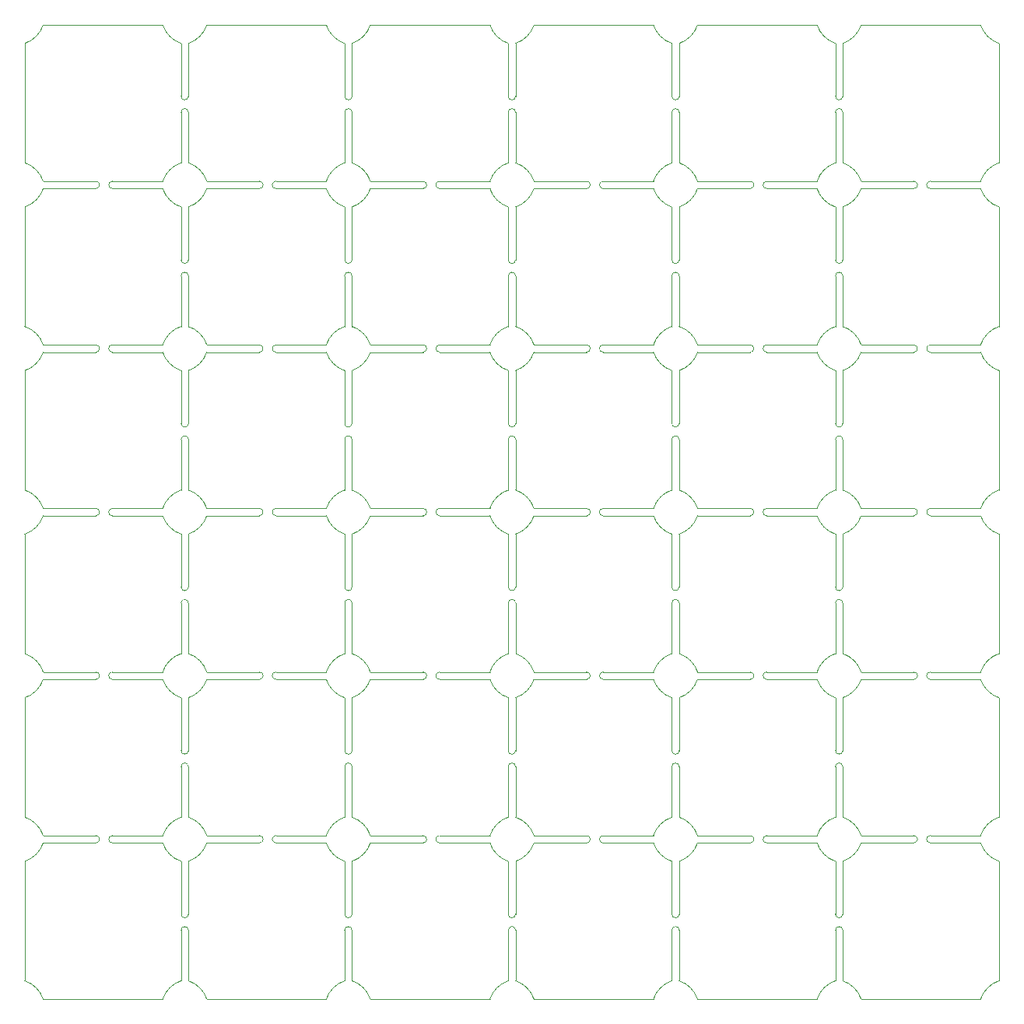
<source format=gm1>
G04 #@! TF.GenerationSoftware,KiCad,Pcbnew,(5.1.4)-1*
G04 #@! TF.CreationDate,2020-01-11T16:44:35+01:00*
G04 #@! TF.ProjectId,plate,706c6174-652e-46b6-9963-61645f706362,1*
G04 #@! TF.SameCoordinates,Original*
G04 #@! TF.FileFunction,Profile,NP*
%FSLAX46Y46*%
G04 Gerber Fmt 4.6, Leading zero omitted, Abs format (unit mm)*
G04 Created by KiCad (PCBNEW (5.1.4)-1) date 2020-01-11 16:44:35*
%MOMM*%
%LPD*%
G04 APERTURE LIST*
%ADD10C,0.100000*%
G04 APERTURE END LIST*
D10*
X199890000Y-162029998D02*
G75*
G02X197890001Y-160029999I1000000J2999998D01*
G01*
X182889999Y-169529999D02*
X182890000Y-175030000D01*
X111690000Y-162030000D02*
X111689999Y-167780001D01*
X199890000Y-162029999D02*
X199889999Y-167780000D01*
X182090000Y-169530000D02*
X182090001Y-175030001D01*
X126690002Y-177030000D02*
G75*
G02X128690001Y-175030001I2999998J-1000000D01*
G01*
X199889999Y-167780000D02*
X199890001Y-175030001D01*
X184889999Y-160030001D02*
G75*
G02X182890000Y-162030000I-2999998J1000000D01*
G01*
X182890000Y-162030000D02*
X182889999Y-167780001D01*
X128690000Y-169530000D02*
X128690001Y-175030001D01*
X149289999Y-160030000D02*
X155014998Y-160029999D01*
X182090000Y-162029998D02*
G75*
G02X180090001Y-160029999I1000000J2999998D01*
G01*
X197890002Y-177030000D02*
G75*
G02X199890001Y-175030001I2999998J-1000000D01*
G01*
X95889999Y-160030000D02*
X101614998Y-160029999D01*
X113689999Y-160030000D02*
X119414998Y-160029999D01*
X167089999Y-160030001D02*
G75*
G02X165090000Y-162030000I-2999998J1000000D01*
G01*
X174615000Y-177030001D02*
X180090001Y-177030000D01*
X128690000Y-162029999D02*
X128689999Y-167780000D01*
X131489999Y-160030000D02*
X137214998Y-160029999D01*
X121215000Y-160030001D02*
X126690001Y-160030000D01*
X156815000Y-160030001D02*
X162290001Y-160030000D01*
X165090000Y-175030001D02*
G75*
G02X167089999Y-177030000I-1000000J-2999998D01*
G01*
X165090000Y-162030000D02*
X165089999Y-167780001D01*
X182890000Y-175030001D02*
G75*
G02X184889999Y-177030000I-1000000J-2999998D01*
G01*
X182090000Y-169530000D02*
G75*
G02X182890000Y-169530000I400000J0D01*
G01*
X192415000Y-177030001D02*
X197890001Y-177030000D01*
X103415000Y-160030001D02*
X108890001Y-160030000D01*
X165089999Y-169529999D02*
X165090000Y-175030000D01*
X111690000Y-175030001D02*
G75*
G02X113689999Y-177030000I-1000000J-2999998D01*
G01*
X182090000Y-162029999D02*
X182089999Y-167780000D01*
X182890001Y-167780000D02*
G75*
G02X182089999Y-167780000I-400001J0D01*
G01*
X139015000Y-160030001D02*
X144490001Y-160030000D01*
X167089999Y-177030000D02*
X174615000Y-177030001D01*
X180090002Y-177030000D02*
G75*
G02X182090001Y-175030001I2999998J-1000000D01*
G01*
X184889999Y-177030000D02*
X192415000Y-177030001D01*
X174615000Y-160030001D02*
X180090001Y-160030000D01*
X184889999Y-160030000D02*
X190614998Y-160029999D01*
X167089999Y-160030000D02*
X172814998Y-160029999D01*
X192415000Y-160030001D02*
X197890001Y-160030000D01*
X129490000Y-175030001D02*
G75*
G02X131489999Y-177030000I-1000000J-2999998D01*
G01*
X110890000Y-162029999D02*
X110889999Y-167780000D01*
X108890002Y-177030000D02*
G75*
G02X110890001Y-175030001I2999998J-1000000D01*
G01*
X139015000Y-177030001D02*
X144490001Y-177030000D01*
X146490000Y-162029998D02*
G75*
G02X144490001Y-160029999I1000000J2999998D01*
G01*
X144490002Y-177030000D02*
G75*
G02X146490001Y-175030001I2999998J-1000000D01*
G01*
X129490000Y-162030000D02*
X129489999Y-167780001D01*
X95889999Y-160030001D02*
G75*
G02X93890000Y-162030000I-2999998J1000000D01*
G01*
X111689999Y-169529999D02*
X111690000Y-175030000D01*
X164290000Y-162029998D02*
G75*
G02X162290001Y-160029999I1000000J2999998D01*
G01*
X146490000Y-169530000D02*
X146490001Y-175030001D01*
X149289999Y-177030000D02*
X156815000Y-177030001D01*
X147289999Y-169529999D02*
X147290000Y-175030000D01*
X162290002Y-177030000D02*
G75*
G02X164290001Y-175030001I2999998J-1000000D01*
G01*
X121215000Y-177030001D02*
X126690001Y-177030000D01*
X128690000Y-169530000D02*
G75*
G02X129490000Y-169530000I400000J0D01*
G01*
X93890000Y-162030000D02*
X93890000Y-175030000D01*
X129490001Y-167780000D02*
G75*
G02X128689999Y-167780000I-400001J0D01*
G01*
X128690000Y-162029998D02*
G75*
G02X126690001Y-160029999I1000000J2999998D01*
G01*
X113689999Y-160030001D02*
G75*
G02X111690000Y-162030000I-2999998J1000000D01*
G01*
X93890000Y-175030001D02*
G75*
G02X95889999Y-177030000I-1000000J-2999998D01*
G01*
X165090001Y-167780000D02*
G75*
G02X164289999Y-167780000I-400001J0D01*
G01*
X146490000Y-169530000D02*
G75*
G02X147290000Y-169530000I400000J0D01*
G01*
X131489999Y-177030000D02*
X139015000Y-177030001D01*
X146490000Y-162029999D02*
X146489999Y-167780000D01*
X110890000Y-169530000D02*
G75*
G02X111690000Y-169530000I400000J0D01*
G01*
X111690001Y-167780000D02*
G75*
G02X110889999Y-167780000I-400001J0D01*
G01*
X149289999Y-160030001D02*
G75*
G02X147290000Y-162030000I-2999998J1000000D01*
G01*
X95889999Y-177030000D02*
X103415000Y-177030001D01*
X110890000Y-169530000D02*
X110890001Y-175030001D01*
X147290001Y-167780000D02*
G75*
G02X146489999Y-167780000I-400001J0D01*
G01*
X156815000Y-177030001D02*
X162290001Y-177030000D01*
X131489999Y-160030001D02*
G75*
G02X129490000Y-162030000I-2999998J1000000D01*
G01*
X103415000Y-177030001D02*
X108890001Y-177030000D01*
X147290000Y-162030000D02*
X147289999Y-167780001D01*
X113689999Y-177030000D02*
X121215000Y-177030001D01*
X110890000Y-162029998D02*
G75*
G02X108890001Y-160029999I1000000J2999998D01*
G01*
X164290000Y-169530000D02*
X164290001Y-175030001D01*
X129489999Y-169529999D02*
X129490000Y-175030000D01*
X164290000Y-169530000D02*
G75*
G02X165090000Y-169530000I400000J0D01*
G01*
X147290000Y-175030001D02*
G75*
G02X149289999Y-177030000I-1000000J-2999998D01*
G01*
X164290000Y-162029999D02*
X164289999Y-167780000D01*
X199890000Y-144229998D02*
G75*
G02X197890001Y-142229999I1000000J2999998D01*
G01*
X182889999Y-151729999D02*
X182890000Y-157230000D01*
X111690000Y-144230000D02*
X111689999Y-149980001D01*
X199890000Y-144229999D02*
X199889999Y-149980000D01*
X182090000Y-151730000D02*
X182090001Y-157230001D01*
X126690002Y-159230000D02*
G75*
G02X128690001Y-157230001I2999998J-1000000D01*
G01*
X174615000Y-160029999D02*
G75*
G02X174615000Y-159230001I0J399999D01*
G01*
X199889999Y-149980000D02*
X199890001Y-157230001D01*
X184889999Y-142230001D02*
G75*
G02X182890000Y-144230000I-2999998J1000000D01*
G01*
X182890000Y-144230000D02*
X182889999Y-149980001D01*
X128690000Y-151730000D02*
X128690001Y-157230001D01*
X172814998Y-159229999D02*
G75*
G02X172815000Y-160030001I1J-400001D01*
G01*
X149289999Y-142230000D02*
X155014998Y-142229999D01*
X182090000Y-144229998D02*
G75*
G02X180090001Y-142229999I1000000J2999998D01*
G01*
X197890002Y-159230000D02*
G75*
G02X199890001Y-157230001I2999998J-1000000D01*
G01*
X95889999Y-142230000D02*
X101614998Y-142229999D01*
X113689999Y-142230000D02*
X119414998Y-142229999D01*
X167089999Y-142230001D02*
G75*
G02X165090000Y-144230000I-2999998J1000000D01*
G01*
X174615000Y-159230001D02*
X180090001Y-159230000D01*
X128690000Y-144229999D02*
X128689999Y-149980000D01*
X131489999Y-142230000D02*
X137214998Y-142229999D01*
X121215000Y-142230001D02*
X126690001Y-142230000D01*
X156815000Y-142230001D02*
X162290001Y-142230000D01*
X165090000Y-157230001D02*
G75*
G02X167089999Y-159230000I-1000000J-2999998D01*
G01*
X165090000Y-144230000D02*
X165089999Y-149980001D01*
X182890000Y-157230001D02*
G75*
G02X184889999Y-159230000I-1000000J-2999998D01*
G01*
X182090000Y-151730000D02*
G75*
G02X182890000Y-151730000I400000J0D01*
G01*
X192415000Y-159230001D02*
X197890001Y-159230000D01*
X103415000Y-142230001D02*
X108890001Y-142230000D01*
X165089999Y-151729999D02*
X165090000Y-157230000D01*
X111690000Y-157230001D02*
G75*
G02X113689999Y-159230000I-1000000J-2999998D01*
G01*
X182090000Y-144229999D02*
X182089999Y-149980000D01*
X192415000Y-160029999D02*
G75*
G02X192415000Y-159230001I0J399999D01*
G01*
X182890001Y-149980000D02*
G75*
G02X182089999Y-149980000I-400001J0D01*
G01*
X139015000Y-142230001D02*
X144490001Y-142230000D01*
X167089999Y-159230000D02*
X172814998Y-159229999D01*
X180090002Y-159230000D02*
G75*
G02X182090001Y-157230001I2999998J-1000000D01*
G01*
X190614998Y-159229999D02*
G75*
G02X190615000Y-160030001I1J-400001D01*
G01*
X184889999Y-159230000D02*
X190614998Y-159229999D01*
X174615000Y-142230001D02*
X180090001Y-142230000D01*
X184889999Y-142230000D02*
X190614998Y-142229999D01*
X167089999Y-142230000D02*
X172814998Y-142229999D01*
X192415000Y-142230001D02*
X197890001Y-142230000D01*
X137214998Y-159229999D02*
G75*
G02X137215000Y-160030001I1J-400001D01*
G01*
X129490000Y-157230001D02*
G75*
G02X131489999Y-159230000I-1000000J-2999998D01*
G01*
X110890000Y-144229999D02*
X110889999Y-149980000D01*
X108890002Y-159230000D02*
G75*
G02X110890001Y-157230001I2999998J-1000000D01*
G01*
X139015000Y-159230001D02*
X144490001Y-159230000D01*
X146490000Y-144229998D02*
G75*
G02X144490001Y-142229999I1000000J2999998D01*
G01*
X144490002Y-159230000D02*
G75*
G02X146490001Y-157230001I2999998J-1000000D01*
G01*
X129490000Y-144230000D02*
X129489999Y-149980001D01*
X95889999Y-142230001D02*
G75*
G02X93890000Y-144230000I-2999998J1000000D01*
G01*
X111689999Y-151729999D02*
X111690000Y-157230000D01*
X164290000Y-144229998D02*
G75*
G02X162290001Y-142229999I1000000J2999998D01*
G01*
X146490000Y-151730000D02*
X146490001Y-157230001D01*
X149289999Y-159230000D02*
X155014998Y-159229999D01*
X147289999Y-151729999D02*
X147290000Y-157230000D01*
X103415000Y-160029999D02*
G75*
G02X103415000Y-159230001I0J399999D01*
G01*
X162290002Y-159230000D02*
G75*
G02X164290001Y-157230001I2999998J-1000000D01*
G01*
X121215000Y-159230001D02*
X126690001Y-159230000D01*
X128690000Y-151730000D02*
G75*
G02X129490000Y-151730000I400000J0D01*
G01*
X93890000Y-144230000D02*
X93890000Y-157230000D01*
X129490001Y-149980000D02*
G75*
G02X128689999Y-149980000I-400001J0D01*
G01*
X101614998Y-159229999D02*
G75*
G02X101615000Y-160030001I1J-400001D01*
G01*
X128690000Y-144229998D02*
G75*
G02X126690001Y-142229999I1000000J2999998D01*
G01*
X113689999Y-142230001D02*
G75*
G02X111690000Y-144230000I-2999998J1000000D01*
G01*
X93890000Y-157230001D02*
G75*
G02X95889999Y-159230000I-1000000J-2999998D01*
G01*
X165090001Y-149980000D02*
G75*
G02X164289999Y-149980000I-400001J0D01*
G01*
X146490000Y-151730000D02*
G75*
G02X147290000Y-151730000I400000J0D01*
G01*
X131489999Y-159230000D02*
X137214998Y-159229999D01*
X146490000Y-144229999D02*
X146489999Y-149980000D01*
X110890000Y-151730000D02*
G75*
G02X111690000Y-151730000I400000J0D01*
G01*
X111690001Y-149980000D02*
G75*
G02X110889999Y-149980000I-400001J0D01*
G01*
X155014998Y-159229999D02*
G75*
G02X155015000Y-160030001I1J-400001D01*
G01*
X119414998Y-159229999D02*
G75*
G02X119415000Y-160030001I1J-400001D01*
G01*
X149289999Y-142230001D02*
G75*
G02X147290000Y-144230000I-2999998J1000000D01*
G01*
X95889999Y-159230000D02*
X101614998Y-159229999D01*
X110890000Y-151730000D02*
X110890001Y-157230001D01*
X156815000Y-160029999D02*
G75*
G02X156815000Y-159230001I0J399999D01*
G01*
X147290001Y-149980000D02*
G75*
G02X146489999Y-149980000I-400001J0D01*
G01*
X156815000Y-159230001D02*
X162290001Y-159230000D01*
X131489999Y-142230001D02*
G75*
G02X129490000Y-144230000I-2999998J1000000D01*
G01*
X103415000Y-159230001D02*
X108890001Y-159230000D01*
X147290000Y-144230000D02*
X147289999Y-149980001D01*
X113689999Y-159230000D02*
X119414998Y-159229999D01*
X121215000Y-160029999D02*
G75*
G02X121215000Y-159230001I0J399999D01*
G01*
X110890000Y-144229998D02*
G75*
G02X108890001Y-142229999I1000000J2999998D01*
G01*
X164290000Y-151730000D02*
X164290001Y-157230001D01*
X129489999Y-151729999D02*
X129490000Y-157230000D01*
X164290000Y-151730000D02*
G75*
G02X165090000Y-151730000I400000J0D01*
G01*
X147290000Y-157230001D02*
G75*
G02X149289999Y-159230000I-1000000J-2999998D01*
G01*
X164290000Y-144229999D02*
X164289999Y-149980000D01*
X139015000Y-160029999D02*
G75*
G02X139015000Y-159230001I0J399999D01*
G01*
X199890000Y-126429998D02*
G75*
G02X197890001Y-124429999I1000000J2999998D01*
G01*
X182889999Y-133929999D02*
X182890000Y-139430000D01*
X111690000Y-126430000D02*
X111689999Y-132180001D01*
X199890000Y-126429999D02*
X199889999Y-132180000D01*
X182090000Y-133930000D02*
X182090001Y-139430001D01*
X126690002Y-141430000D02*
G75*
G02X128690001Y-139430001I2999998J-1000000D01*
G01*
X174615000Y-142229999D02*
G75*
G02X174615000Y-141430001I0J399999D01*
G01*
X199889999Y-132180000D02*
X199890001Y-139430001D01*
X184889999Y-124430001D02*
G75*
G02X182890000Y-126430000I-2999998J1000000D01*
G01*
X182890000Y-126430000D02*
X182889999Y-132180001D01*
X128690000Y-133930000D02*
X128690001Y-139430001D01*
X172814998Y-141429999D02*
G75*
G02X172815000Y-142230001I1J-400001D01*
G01*
X149289999Y-124430000D02*
X155014998Y-124429999D01*
X182090000Y-126429998D02*
G75*
G02X180090001Y-124429999I1000000J2999998D01*
G01*
X197890002Y-141430000D02*
G75*
G02X199890001Y-139430001I2999998J-1000000D01*
G01*
X95889999Y-124430000D02*
X101614998Y-124429999D01*
X113689999Y-124430000D02*
X119414998Y-124429999D01*
X167089999Y-124430001D02*
G75*
G02X165090000Y-126430000I-2999998J1000000D01*
G01*
X174615000Y-141430001D02*
X180090001Y-141430000D01*
X128690000Y-126429999D02*
X128689999Y-132180000D01*
X131489999Y-124430000D02*
X137214998Y-124429999D01*
X121215000Y-124430001D02*
X126690001Y-124430000D01*
X156815000Y-124430001D02*
X162290001Y-124430000D01*
X165090000Y-139430001D02*
G75*
G02X167089999Y-141430000I-1000000J-2999998D01*
G01*
X165090000Y-126430000D02*
X165089999Y-132180001D01*
X182890000Y-139430001D02*
G75*
G02X184889999Y-141430000I-1000000J-2999998D01*
G01*
X182090000Y-133930000D02*
G75*
G02X182890000Y-133930000I400000J0D01*
G01*
X192415000Y-141430001D02*
X197890001Y-141430000D01*
X103415000Y-124430001D02*
X108890001Y-124430000D01*
X165089999Y-133929999D02*
X165090000Y-139430000D01*
X111690000Y-139430001D02*
G75*
G02X113689999Y-141430000I-1000000J-2999998D01*
G01*
X182090000Y-126429999D02*
X182089999Y-132180000D01*
X192415000Y-142229999D02*
G75*
G02X192415000Y-141430001I0J399999D01*
G01*
X182890001Y-132180000D02*
G75*
G02X182089999Y-132180000I-400001J0D01*
G01*
X139015000Y-124430001D02*
X144490001Y-124430000D01*
X167089999Y-141430000D02*
X172814998Y-141429999D01*
X180090002Y-141430000D02*
G75*
G02X182090001Y-139430001I2999998J-1000000D01*
G01*
X190614998Y-141429999D02*
G75*
G02X190615000Y-142230001I1J-400001D01*
G01*
X184889999Y-141430000D02*
X190614998Y-141429999D01*
X174615000Y-124430001D02*
X180090001Y-124430000D01*
X184889999Y-124430000D02*
X190614998Y-124429999D01*
X167089999Y-124430000D02*
X172814998Y-124429999D01*
X192415000Y-124430001D02*
X197890001Y-124430000D01*
X137214998Y-141429999D02*
G75*
G02X137215000Y-142230001I1J-400001D01*
G01*
X129490000Y-139430001D02*
G75*
G02X131489999Y-141430000I-1000000J-2999998D01*
G01*
X110890000Y-126429999D02*
X110889999Y-132180000D01*
X108890002Y-141430000D02*
G75*
G02X110890001Y-139430001I2999998J-1000000D01*
G01*
X139015000Y-141430001D02*
X144490001Y-141430000D01*
X146490000Y-126429998D02*
G75*
G02X144490001Y-124429999I1000000J2999998D01*
G01*
X144490002Y-141430000D02*
G75*
G02X146490001Y-139430001I2999998J-1000000D01*
G01*
X129490000Y-126430000D02*
X129489999Y-132180001D01*
X95889999Y-124430001D02*
G75*
G02X93890000Y-126430000I-2999998J1000000D01*
G01*
X111689999Y-133929999D02*
X111690000Y-139430000D01*
X164290000Y-126429998D02*
G75*
G02X162290001Y-124429999I1000000J2999998D01*
G01*
X146490000Y-133930000D02*
X146490001Y-139430001D01*
X149289999Y-141430000D02*
X155014998Y-141429999D01*
X147289999Y-133929999D02*
X147290000Y-139430000D01*
X103415000Y-142229999D02*
G75*
G02X103415000Y-141430001I0J399999D01*
G01*
X162290002Y-141430000D02*
G75*
G02X164290001Y-139430001I2999998J-1000000D01*
G01*
X121215000Y-141430001D02*
X126690001Y-141430000D01*
X128690000Y-133930000D02*
G75*
G02X129490000Y-133930000I400000J0D01*
G01*
X93890000Y-126430000D02*
X93890000Y-139430000D01*
X129490001Y-132180000D02*
G75*
G02X128689999Y-132180000I-400001J0D01*
G01*
X101614998Y-141429999D02*
G75*
G02X101615000Y-142230001I1J-400001D01*
G01*
X128690000Y-126429998D02*
G75*
G02X126690001Y-124429999I1000000J2999998D01*
G01*
X113689999Y-124430001D02*
G75*
G02X111690000Y-126430000I-2999998J1000000D01*
G01*
X93890000Y-139430001D02*
G75*
G02X95889999Y-141430000I-1000000J-2999998D01*
G01*
X165090001Y-132180000D02*
G75*
G02X164289999Y-132180000I-400001J0D01*
G01*
X146490000Y-133930000D02*
G75*
G02X147290000Y-133930000I400000J0D01*
G01*
X131489999Y-141430000D02*
X137214998Y-141429999D01*
X146490000Y-126429999D02*
X146489999Y-132180000D01*
X110890000Y-133930000D02*
G75*
G02X111690000Y-133930000I400000J0D01*
G01*
X111690001Y-132180000D02*
G75*
G02X110889999Y-132180000I-400001J0D01*
G01*
X155014998Y-141429999D02*
G75*
G02X155015000Y-142230001I1J-400001D01*
G01*
X119414998Y-141429999D02*
G75*
G02X119415000Y-142230001I1J-400001D01*
G01*
X149289999Y-124430001D02*
G75*
G02X147290000Y-126430000I-2999998J1000000D01*
G01*
X95889999Y-141430000D02*
X101614998Y-141429999D01*
X110890000Y-133930000D02*
X110890001Y-139430001D01*
X156815000Y-142229999D02*
G75*
G02X156815000Y-141430001I0J399999D01*
G01*
X147290001Y-132180000D02*
G75*
G02X146489999Y-132180000I-400001J0D01*
G01*
X156815000Y-141430001D02*
X162290001Y-141430000D01*
X131489999Y-124430001D02*
G75*
G02X129490000Y-126430000I-2999998J1000000D01*
G01*
X103415000Y-141430001D02*
X108890001Y-141430000D01*
X147290000Y-126430000D02*
X147289999Y-132180001D01*
X113689999Y-141430000D02*
X119414998Y-141429999D01*
X121215000Y-142229999D02*
G75*
G02X121215000Y-141430001I0J399999D01*
G01*
X110890000Y-126429998D02*
G75*
G02X108890001Y-124429999I1000000J2999998D01*
G01*
X164290000Y-133930000D02*
X164290001Y-139430001D01*
X129489999Y-133929999D02*
X129490000Y-139430000D01*
X164290000Y-133930000D02*
G75*
G02X165090000Y-133930000I400000J0D01*
G01*
X147290000Y-139430001D02*
G75*
G02X149289999Y-141430000I-1000000J-2999998D01*
G01*
X164290000Y-126429999D02*
X164289999Y-132180000D01*
X139015000Y-142229999D02*
G75*
G02X139015000Y-141430001I0J399999D01*
G01*
X199890000Y-108629998D02*
G75*
G02X197890001Y-106629999I1000000J2999998D01*
G01*
X182889999Y-116129999D02*
X182890000Y-121630000D01*
X111690000Y-108630000D02*
X111689999Y-114380001D01*
X199890000Y-108629999D02*
X199889999Y-114380000D01*
X182090000Y-116130000D02*
X182090001Y-121630001D01*
X126690002Y-123630000D02*
G75*
G02X128690001Y-121630001I2999998J-1000000D01*
G01*
X174615000Y-124429999D02*
G75*
G02X174615000Y-123630001I0J399999D01*
G01*
X199889999Y-114380000D02*
X199890001Y-121630001D01*
X184889999Y-106630001D02*
G75*
G02X182890000Y-108630000I-2999998J1000000D01*
G01*
X182890000Y-108630000D02*
X182889999Y-114380001D01*
X128690000Y-116130000D02*
X128690001Y-121630001D01*
X172814998Y-123629999D02*
G75*
G02X172815000Y-124430001I1J-400001D01*
G01*
X149289999Y-106630000D02*
X155014998Y-106629999D01*
X182090000Y-108629998D02*
G75*
G02X180090001Y-106629999I1000000J2999998D01*
G01*
X197890002Y-123630000D02*
G75*
G02X199890001Y-121630001I2999998J-1000000D01*
G01*
X95889999Y-106630000D02*
X101614998Y-106629999D01*
X113689999Y-106630000D02*
X119414998Y-106629999D01*
X167089999Y-106630001D02*
G75*
G02X165090000Y-108630000I-2999998J1000000D01*
G01*
X174615000Y-123630001D02*
X180090001Y-123630000D01*
X128690000Y-108629999D02*
X128689999Y-114380000D01*
X131489999Y-106630000D02*
X137214998Y-106629999D01*
X121215000Y-106630001D02*
X126690001Y-106630000D01*
X156815000Y-106630001D02*
X162290001Y-106630000D01*
X165090000Y-121630001D02*
G75*
G02X167089999Y-123630000I-1000000J-2999998D01*
G01*
X165090000Y-108630000D02*
X165089999Y-114380001D01*
X182890000Y-121630001D02*
G75*
G02X184889999Y-123630000I-1000000J-2999998D01*
G01*
X182090000Y-116130000D02*
G75*
G02X182890000Y-116130000I400000J0D01*
G01*
X192415000Y-123630001D02*
X197890001Y-123630000D01*
X103415000Y-106630001D02*
X108890001Y-106630000D01*
X165089999Y-116129999D02*
X165090000Y-121630000D01*
X111690000Y-121630001D02*
G75*
G02X113689999Y-123630000I-1000000J-2999998D01*
G01*
X182090000Y-108629999D02*
X182089999Y-114380000D01*
X192415000Y-124429999D02*
G75*
G02X192415000Y-123630001I0J399999D01*
G01*
X182890001Y-114380000D02*
G75*
G02X182089999Y-114380000I-400001J0D01*
G01*
X139015000Y-106630001D02*
X144490001Y-106630000D01*
X167089999Y-123630000D02*
X172814998Y-123629999D01*
X180090002Y-123630000D02*
G75*
G02X182090001Y-121630001I2999998J-1000000D01*
G01*
X190614998Y-123629999D02*
G75*
G02X190615000Y-124430001I1J-400001D01*
G01*
X184889999Y-123630000D02*
X190614998Y-123629999D01*
X174615000Y-106630001D02*
X180090001Y-106630000D01*
X184889999Y-106630000D02*
X190614998Y-106629999D01*
X167089999Y-106630000D02*
X172814998Y-106629999D01*
X192415000Y-106630001D02*
X197890001Y-106630000D01*
X137214998Y-123629999D02*
G75*
G02X137215000Y-124430001I1J-400001D01*
G01*
X129490000Y-121630001D02*
G75*
G02X131489999Y-123630000I-1000000J-2999998D01*
G01*
X110890000Y-108629999D02*
X110889999Y-114380000D01*
X108890002Y-123630000D02*
G75*
G02X110890001Y-121630001I2999998J-1000000D01*
G01*
X139015000Y-123630001D02*
X144490001Y-123630000D01*
X146490000Y-108629998D02*
G75*
G02X144490001Y-106629999I1000000J2999998D01*
G01*
X144490002Y-123630000D02*
G75*
G02X146490001Y-121630001I2999998J-1000000D01*
G01*
X129490000Y-108630000D02*
X129489999Y-114380001D01*
X95889999Y-106630001D02*
G75*
G02X93890000Y-108630000I-2999998J1000000D01*
G01*
X111689999Y-116129999D02*
X111690000Y-121630000D01*
X164290000Y-108629998D02*
G75*
G02X162290001Y-106629999I1000000J2999998D01*
G01*
X146490000Y-116130000D02*
X146490001Y-121630001D01*
X149289999Y-123630000D02*
X155014998Y-123629999D01*
X147289999Y-116129999D02*
X147290000Y-121630000D01*
X103415000Y-124429999D02*
G75*
G02X103415000Y-123630001I0J399999D01*
G01*
X162290002Y-123630000D02*
G75*
G02X164290001Y-121630001I2999998J-1000000D01*
G01*
X121215000Y-123630001D02*
X126690001Y-123630000D01*
X128690000Y-116130000D02*
G75*
G02X129490000Y-116130000I400000J0D01*
G01*
X93890000Y-108630000D02*
X93890000Y-121630000D01*
X129490001Y-114380000D02*
G75*
G02X128689999Y-114380000I-400001J0D01*
G01*
X101614998Y-123629999D02*
G75*
G02X101615000Y-124430001I1J-400001D01*
G01*
X128690000Y-108629998D02*
G75*
G02X126690001Y-106629999I1000000J2999998D01*
G01*
X113689999Y-106630001D02*
G75*
G02X111690000Y-108630000I-2999998J1000000D01*
G01*
X93890000Y-121630001D02*
G75*
G02X95889999Y-123630000I-1000000J-2999998D01*
G01*
X165090001Y-114380000D02*
G75*
G02X164289999Y-114380000I-400001J0D01*
G01*
X146490000Y-116130000D02*
G75*
G02X147290000Y-116130000I400000J0D01*
G01*
X131489999Y-123630000D02*
X137214998Y-123629999D01*
X146490000Y-108629999D02*
X146489999Y-114380000D01*
X110890000Y-116130000D02*
G75*
G02X111690000Y-116130000I400000J0D01*
G01*
X111690001Y-114380000D02*
G75*
G02X110889999Y-114380000I-400001J0D01*
G01*
X155014998Y-123629999D02*
G75*
G02X155015000Y-124430001I1J-400001D01*
G01*
X119414998Y-123629999D02*
G75*
G02X119415000Y-124430001I1J-400001D01*
G01*
X149289999Y-106630001D02*
G75*
G02X147290000Y-108630000I-2999998J1000000D01*
G01*
X95889999Y-123630000D02*
X101614998Y-123629999D01*
X110890000Y-116130000D02*
X110890001Y-121630001D01*
X156815000Y-124429999D02*
G75*
G02X156815000Y-123630001I0J399999D01*
G01*
X147290001Y-114380000D02*
G75*
G02X146489999Y-114380000I-400001J0D01*
G01*
X156815000Y-123630001D02*
X162290001Y-123630000D01*
X131489999Y-106630001D02*
G75*
G02X129490000Y-108630000I-2999998J1000000D01*
G01*
X103415000Y-123630001D02*
X108890001Y-123630000D01*
X147290000Y-108630000D02*
X147289999Y-114380001D01*
X113689999Y-123630000D02*
X119414998Y-123629999D01*
X121215000Y-124429999D02*
G75*
G02X121215000Y-123630001I0J399999D01*
G01*
X110890000Y-108629998D02*
G75*
G02X108890001Y-106629999I1000000J2999998D01*
G01*
X164290000Y-116130000D02*
X164290001Y-121630001D01*
X129489999Y-116129999D02*
X129490000Y-121630000D01*
X164290000Y-116130000D02*
G75*
G02X165090000Y-116130000I400000J0D01*
G01*
X147290000Y-121630001D02*
G75*
G02X149289999Y-123630000I-1000000J-2999998D01*
G01*
X164290000Y-108629999D02*
X164289999Y-114380000D01*
X139015000Y-124429999D02*
G75*
G02X139015000Y-123630001I0J399999D01*
G01*
X167089999Y-88830000D02*
X172814998Y-88829999D01*
X184889999Y-88830000D02*
X190614998Y-88829999D01*
X192415000Y-88830001D02*
X197890001Y-88830000D01*
X174615000Y-88830001D02*
X180090001Y-88830000D01*
X131489999Y-88830000D02*
X137214998Y-88829999D01*
X149289999Y-88830000D02*
X155014998Y-88829999D01*
X156815000Y-88830001D02*
X162290001Y-88830000D01*
X139015000Y-88830001D02*
X144490001Y-88830000D01*
X113689999Y-88830000D02*
X119414998Y-88829999D01*
X121215000Y-88830001D02*
X126690001Y-88830000D01*
X95889999Y-88830000D02*
X101614998Y-88829999D01*
X103415000Y-88830001D02*
X108890001Y-88830000D01*
X111690000Y-90830000D02*
X111689999Y-96580001D01*
X165090000Y-103830001D02*
G75*
G02X167089999Y-105830000I-1000000J-2999998D01*
G01*
X199889999Y-96580000D02*
X199890001Y-103830001D01*
X182890001Y-96580000D02*
G75*
G02X182089999Y-96580000I-400001J0D01*
G01*
X199890000Y-90829999D02*
X199889999Y-96580000D01*
X165090000Y-90830000D02*
X165089999Y-96580001D01*
X174615000Y-105830001D02*
X180090001Y-105830000D01*
X167089999Y-88830001D02*
G75*
G02X165090000Y-90830000I-2999998J1000000D01*
G01*
X182090000Y-98330000D02*
X182090001Y-103830001D01*
X199890000Y-90829998D02*
G75*
G02X197890001Y-88829999I1000000J2999998D01*
G01*
X184889999Y-88830001D02*
G75*
G02X182890000Y-90830000I-2999998J1000000D01*
G01*
X165089999Y-98329999D02*
X165090000Y-103830000D01*
X182890000Y-103830001D02*
G75*
G02X184889999Y-105830000I-1000000J-2999998D01*
G01*
X180090002Y-105830000D02*
G75*
G02X182090001Y-103830001I2999998J-1000000D01*
G01*
X182090000Y-98330000D02*
G75*
G02X182890000Y-98330000I400000J0D01*
G01*
X182090000Y-90829999D02*
X182089999Y-96580000D01*
X167089999Y-105830000D02*
X172814998Y-105829999D01*
X182090000Y-90829998D02*
G75*
G02X180090001Y-88829999I1000000J2999998D01*
G01*
X174615000Y-106629999D02*
G75*
G02X174615000Y-105830001I0J399999D01*
G01*
X192415000Y-105830001D02*
X197890001Y-105830000D01*
X172814998Y-105829999D02*
G75*
G02X172815000Y-106630001I1J-400001D01*
G01*
X182890000Y-90830000D02*
X182889999Y-96580001D01*
X197890002Y-105830000D02*
G75*
G02X199890001Y-103830001I2999998J-1000000D01*
G01*
X182889999Y-98329999D02*
X182890000Y-103830000D01*
X192415000Y-106629999D02*
G75*
G02X192415000Y-105830001I0J399999D01*
G01*
X184889999Y-105830000D02*
X190614998Y-105829999D01*
X190614998Y-105829999D02*
G75*
G02X190615000Y-106630001I1J-400001D01*
G01*
X128690000Y-98330000D02*
X128690001Y-103830001D01*
X128690000Y-90829999D02*
X128689999Y-96580000D01*
X126690002Y-105830000D02*
G75*
G02X128690001Y-103830001I2999998J-1000000D01*
G01*
X111690000Y-103830001D02*
G75*
G02X113689999Y-105830000I-1000000J-2999998D01*
G01*
X103415000Y-106629999D02*
G75*
G02X103415000Y-105830001I0J399999D01*
G01*
X121215000Y-105830001D02*
X126690001Y-105830000D01*
X128690000Y-98330000D02*
G75*
G02X129490000Y-98330000I400000J0D01*
G01*
X93890000Y-90830000D02*
X93890000Y-103830000D01*
X129490001Y-96580000D02*
G75*
G02X128689999Y-96580000I-400001J0D01*
G01*
X128690000Y-90829998D02*
G75*
G02X126690001Y-88829999I1000000J2999998D01*
G01*
X113689999Y-88830001D02*
G75*
G02X111690000Y-90830000I-2999998J1000000D01*
G01*
X113689999Y-105830000D02*
X119414998Y-105829999D01*
X121215000Y-106629999D02*
G75*
G02X121215000Y-105830001I0J399999D01*
G01*
X101614998Y-105829999D02*
G75*
G02X101615000Y-106630001I1J-400001D01*
G01*
X110890000Y-90829999D02*
X110889999Y-96580000D01*
X119414998Y-105829999D02*
G75*
G02X119415000Y-106630001I1J-400001D01*
G01*
X95889999Y-105830000D02*
X101614998Y-105829999D01*
X110890000Y-98330000D02*
X110890001Y-103830001D01*
X103415000Y-105830001D02*
X108890001Y-105830000D01*
X111690001Y-96580000D02*
G75*
G02X110889999Y-96580000I-400001J0D01*
G01*
X110890000Y-98330000D02*
G75*
G02X111690000Y-98330000I400000J0D01*
G01*
X110890000Y-90829998D02*
G75*
G02X108890001Y-88829999I1000000J2999998D01*
G01*
X108890002Y-105830000D02*
G75*
G02X110890001Y-103830001I2999998J-1000000D01*
G01*
X93890000Y-103830001D02*
G75*
G02X95889999Y-105830000I-1000000J-2999998D01*
G01*
X95889999Y-88830001D02*
G75*
G02X93890000Y-90830000I-2999998J1000000D01*
G01*
X111689999Y-98329999D02*
X111690000Y-103830000D01*
X146490000Y-98330000D02*
X146490001Y-103830001D01*
X131489999Y-88830001D02*
G75*
G02X129490000Y-90830000I-2999998J1000000D01*
G01*
X139015000Y-105830001D02*
X144490001Y-105830000D01*
X147289999Y-98329999D02*
X147290000Y-103830000D01*
X149289999Y-105830000D02*
X155014998Y-105829999D01*
X137214998Y-105829999D02*
G75*
G02X137215000Y-106630001I1J-400001D01*
G01*
X129490000Y-103830001D02*
G75*
G02X131489999Y-105830000I-1000000J-2999998D01*
G01*
X146490000Y-90829999D02*
X146489999Y-96580000D01*
X156815000Y-106629999D02*
G75*
G02X156815000Y-105830001I0J399999D01*
G01*
X146490000Y-98330000D02*
G75*
G02X147290000Y-98330000I400000J0D01*
G01*
X155014998Y-105829999D02*
G75*
G02X155015000Y-106630001I1J-400001D01*
G01*
X131489999Y-105830000D02*
X137214998Y-105829999D01*
X144490002Y-105830000D02*
G75*
G02X146490001Y-103830001I2999998J-1000000D01*
G01*
X146490000Y-90829998D02*
G75*
G02X144490001Y-88829999I1000000J2999998D01*
G01*
X164290000Y-90829998D02*
G75*
G02X162290001Y-88829999I1000000J2999998D01*
G01*
X149289999Y-88830001D02*
G75*
G02X147290000Y-90830000I-2999998J1000000D01*
G01*
X147290001Y-96580000D02*
G75*
G02X146489999Y-96580000I-400001J0D01*
G01*
X147290000Y-90830000D02*
X147289999Y-96580001D01*
X162290002Y-105830000D02*
G75*
G02X164290001Y-103830001I2999998J-1000000D01*
G01*
X129490000Y-90830000D02*
X129489999Y-96580001D01*
X165090001Y-96580000D02*
G75*
G02X164289999Y-96580000I-400001J0D01*
G01*
X156815000Y-105830001D02*
X162290001Y-105830000D01*
X129489999Y-98329999D02*
X129490000Y-103830000D01*
X164290000Y-98330000D02*
X164290001Y-103830001D01*
X164290000Y-90829999D02*
X164289999Y-96580000D01*
X139015000Y-106629999D02*
G75*
G02X139015000Y-105830001I0J399999D01*
G01*
X164290000Y-98330000D02*
G75*
G02X165090000Y-98330000I400000J0D01*
G01*
X147290000Y-103830001D02*
G75*
G02X149289999Y-105830000I-1000000J-2999998D01*
G01*
X182889999Y-80529999D02*
X182890000Y-86030000D01*
X184889999Y-88030000D02*
X190614998Y-88029999D01*
X192415000Y-88829999D02*
G75*
G02X192415000Y-88030001I0J399999D01*
G01*
X190614998Y-88029999D02*
G75*
G02X190615000Y-88830001I1J-400001D01*
G01*
X199890000Y-73029998D02*
G75*
G02X197890001Y-71029999I1000000J2999998D01*
G01*
X184889999Y-71030001D02*
G75*
G02X182890000Y-73030000I-2999998J1000000D01*
G01*
X182890000Y-73030000D02*
X182889999Y-78780001D01*
X197890002Y-88030000D02*
G75*
G02X199890001Y-86030001I2999998J-1000000D01*
G01*
X192415000Y-88030001D02*
X197890001Y-88030000D01*
X184890000Y-71030001D02*
X197890001Y-71029999D01*
X199889999Y-78780000D02*
X199890001Y-86030001D01*
X199890000Y-73029999D02*
X199889999Y-78780000D01*
X182890000Y-86030001D02*
G75*
G02X184889999Y-88030000I-1000000J-2999998D01*
G01*
X165089999Y-80529999D02*
X165090000Y-86030000D01*
X167089999Y-88030000D02*
X172814998Y-88029999D01*
X174615000Y-88829999D02*
G75*
G02X174615000Y-88030001I0J399999D01*
G01*
X172814998Y-88029999D02*
G75*
G02X172815000Y-88830001I1J-400001D01*
G01*
X182090000Y-73029998D02*
G75*
G02X180090001Y-71029999I1000000J2999998D01*
G01*
X167089999Y-71030001D02*
G75*
G02X165090000Y-73030000I-2999998J1000000D01*
G01*
X165090000Y-73030000D02*
X165089999Y-78780001D01*
X180090002Y-88030000D02*
G75*
G02X182090001Y-86030001I2999998J-1000000D01*
G01*
X182890001Y-78780000D02*
G75*
G02X182089999Y-78780000I-400001J0D01*
G01*
X174615000Y-88030001D02*
X180090001Y-88030000D01*
X167090000Y-71030001D02*
X180090001Y-71029999D01*
X182090000Y-80530000D02*
X182090001Y-86030001D01*
X182090000Y-73029999D02*
X182089999Y-78780000D01*
X182090000Y-80530000D02*
G75*
G02X182890000Y-80530000I400000J0D01*
G01*
X165090000Y-86030001D02*
G75*
G02X167089999Y-88030000I-1000000J-2999998D01*
G01*
X129490000Y-73030000D02*
X129489999Y-78780001D01*
X129489999Y-80529999D02*
X129490000Y-86030000D01*
X147290000Y-73030000D02*
X147289999Y-78780001D01*
X149290000Y-71030001D02*
X162290001Y-71029999D01*
X164290000Y-80530000D02*
X164290001Y-86030001D01*
X164290000Y-73029999D02*
X164289999Y-78780000D01*
X162290002Y-88030000D02*
G75*
G02X164290001Y-86030001I2999998J-1000000D01*
G01*
X147290000Y-86030001D02*
G75*
G02X149289999Y-88030000I-1000000J-2999998D01*
G01*
X139015000Y-88829999D02*
G75*
G02X139015000Y-88030001I0J399999D01*
G01*
X156815000Y-88030001D02*
X162290001Y-88030000D01*
X164290000Y-80530000D02*
G75*
G02X165090000Y-80530000I400000J0D01*
G01*
X131490000Y-71030001D02*
X144490001Y-71029999D01*
X165090001Y-78780000D02*
G75*
G02X164289999Y-78780000I-400001J0D01*
G01*
X164290000Y-73029998D02*
G75*
G02X162290001Y-71029999I1000000J2999998D01*
G01*
X149289999Y-71030001D02*
G75*
G02X147290000Y-73030000I-2999998J1000000D01*
G01*
X149289999Y-88030000D02*
X155014998Y-88029999D01*
X156815000Y-88829999D02*
G75*
G02X156815000Y-88030001I0J399999D01*
G01*
X137214998Y-88029999D02*
G75*
G02X137215000Y-88830001I1J-400001D01*
G01*
X146490000Y-73029999D02*
X146489999Y-78780000D01*
X155014998Y-88029999D02*
G75*
G02X155015000Y-88830001I1J-400001D01*
G01*
X131489999Y-88030000D02*
X137214998Y-88029999D01*
X146490000Y-80530000D02*
X146490001Y-86030001D01*
X139015000Y-88030001D02*
X144490001Y-88030000D01*
X147290001Y-78780000D02*
G75*
G02X146489999Y-78780000I-400001J0D01*
G01*
X146490000Y-80530000D02*
G75*
G02X147290000Y-80530000I400000J0D01*
G01*
X146490000Y-73029998D02*
G75*
G02X144490001Y-71029999I1000000J2999998D01*
G01*
X144490002Y-88030000D02*
G75*
G02X146490001Y-86030001I2999998J-1000000D01*
G01*
X129490000Y-86030001D02*
G75*
G02X131489999Y-88030000I-1000000J-2999998D01*
G01*
X131489999Y-71030001D02*
G75*
G02X129490000Y-73030000I-2999998J1000000D01*
G01*
X147289999Y-80529999D02*
X147290000Y-86030000D01*
X111689999Y-80529999D02*
X111690000Y-86030000D01*
X111690000Y-73030000D02*
X111689999Y-78780001D01*
X121215000Y-88829999D02*
G75*
G02X121215000Y-88030001I0J399999D01*
G01*
X113690000Y-71030001D02*
X126690001Y-71029999D01*
X119414998Y-88029999D02*
G75*
G02X119415000Y-88830001I1J-400001D01*
G01*
X128690000Y-73029999D02*
X128689999Y-78780000D01*
X113689999Y-88030000D02*
X119414998Y-88029999D01*
X128690000Y-80530000D02*
X128690001Y-86030001D01*
X121215000Y-88030001D02*
X126690001Y-88030000D01*
X129490001Y-78780000D02*
G75*
G02X128689999Y-78780000I-400001J0D01*
G01*
X128690000Y-80530000D02*
G75*
G02X129490000Y-80530000I400000J0D01*
G01*
X128690000Y-73029998D02*
G75*
G02X126690001Y-71029999I1000000J2999998D01*
G01*
X126690002Y-88030000D02*
G75*
G02X128690001Y-86030001I2999998J-1000000D01*
G01*
X111690000Y-86030001D02*
G75*
G02X113689999Y-88030000I-1000000J-2999998D01*
G01*
X113689999Y-71030001D02*
G75*
G02X111690000Y-73030000I-2999998J1000000D01*
G01*
X95889999Y-71030001D02*
G75*
G02X93890000Y-73030000I-2999998J1000000D01*
G01*
X93890000Y-86030001D02*
G75*
G02X95889999Y-88030000I-1000000J-2999998D01*
G01*
X108890002Y-88030000D02*
G75*
G02X110890001Y-86030001I2999998J-1000000D01*
G01*
X110890000Y-73029998D02*
G75*
G02X108890001Y-71029999I1000000J2999998D01*
G01*
X110890000Y-80530000D02*
G75*
G02X111690000Y-80530000I400000J0D01*
G01*
X111690001Y-78780000D02*
G75*
G02X110889999Y-78780000I-400001J0D01*
G01*
X103415000Y-88030001D02*
X108890001Y-88030000D01*
X110890000Y-80530000D02*
X110890001Y-86030001D01*
X101614998Y-88029999D02*
G75*
G02X101615000Y-88830001I1J-400001D01*
G01*
X103415000Y-88829999D02*
G75*
G02X103415000Y-88030001I0J399999D01*
G01*
X95890000Y-71030001D02*
X108890001Y-71029999D01*
X95889999Y-88030000D02*
X101614998Y-88029999D01*
X93890000Y-73030000D02*
X93890000Y-86030000D01*
X110890000Y-73029999D02*
X110889999Y-78780000D01*
M02*

</source>
